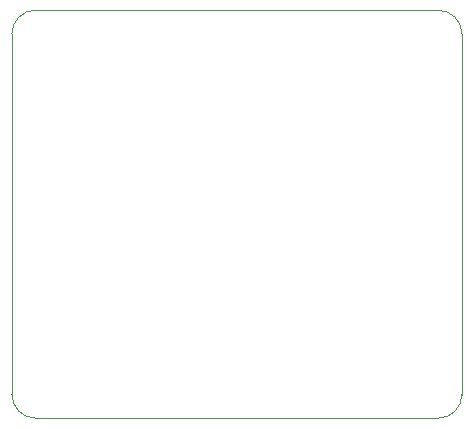
<source format=gbr>
%TF.GenerationSoftware,KiCad,Pcbnew,8.0.2*%
%TF.CreationDate,2024-06-16T16:48:04+02:00*%
%TF.ProjectId,Discharge Controller,44697363-6861-4726-9765-20436f6e7472,rev?*%
%TF.SameCoordinates,Original*%
%TF.FileFunction,Profile,NP*%
%FSLAX46Y46*%
G04 Gerber Fmt 4.6, Leading zero omitted, Abs format (unit mm)*
G04 Created by KiCad (PCBNEW 8.0.2) date 2024-06-16 16:48:04*
%MOMM*%
%LPD*%
G01*
G04 APERTURE LIST*
%TA.AperFunction,Profile*%
%ADD10C,0.100000*%
%TD*%
G04 APERTURE END LIST*
D10*
X149860000Y-83344000D02*
X149860000Y-52800000D01*
X187960000Y-83344000D02*
G75*
G02*
X185960000Y-85344000I-2000000J0D01*
G01*
X149860000Y-52800000D02*
G75*
G02*
X151860000Y-50800000I2000000J0D01*
G01*
X151860000Y-85344000D02*
G75*
G02*
X149860000Y-83344000I0J2000000D01*
G01*
X185960000Y-85344000D02*
X151860000Y-85344000D01*
X185960000Y-50800000D02*
G75*
G02*
X187960000Y-52800000I0J-2000000D01*
G01*
X151860000Y-50800000D02*
X185960000Y-50800000D01*
X187960000Y-52800000D02*
X187960000Y-83344000D01*
M02*

</source>
